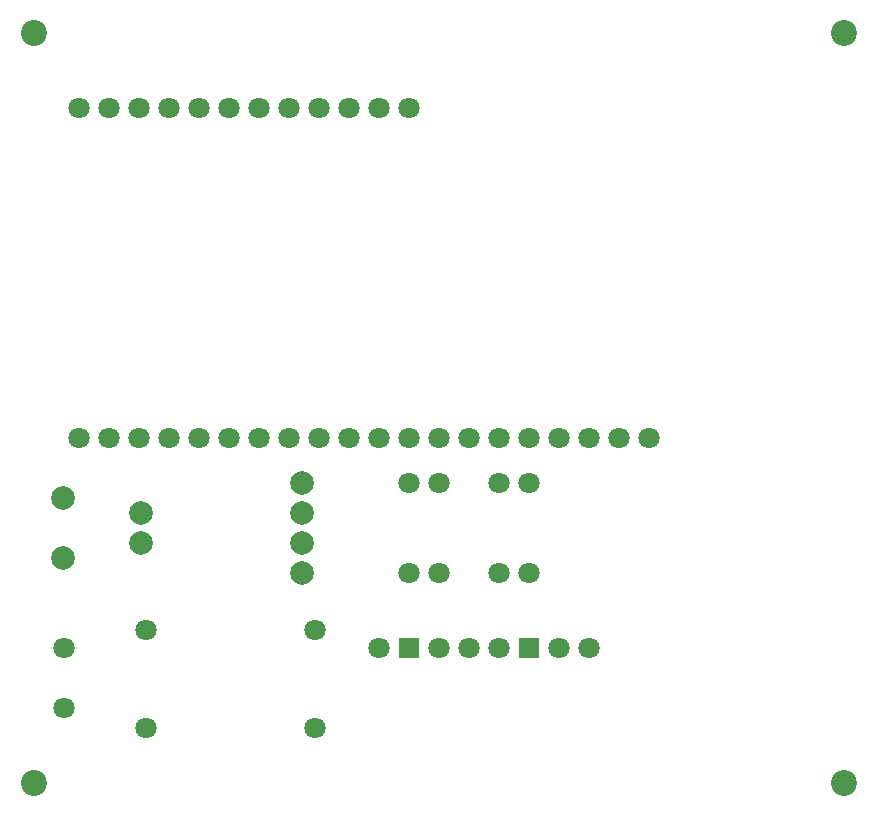
<source format=gbs>
%TF.GenerationSoftware,KiCad,Pcbnew,9.0.0*%
%TF.CreationDate,2025-03-27T04:45:29-07:00*%
%TF.ProjectId,sensor,73656e73-6f72-42e6-9b69-6361645f7063,v0.5*%
%TF.SameCoordinates,Original*%
%TF.FileFunction,Soldermask,Bot*%
%TF.FilePolarity,Negative*%
%FSLAX46Y46*%
G04 Gerber Fmt 4.6, Leading zero omitted, Abs format (unit mm)*
G04 Created by KiCad (PCBNEW 9.0.0) date 2025-03-27 04:45:29*
%MOMM*%
%LPD*%
G01*
G04 APERTURE LIST*
%ADD10C,1.800000*%
%ADD11C,2.200000*%
%ADD12R,1.800000X1.800000*%
%ADD13C,2.000000*%
G04 APERTURE END LIST*
D10*
%TO.C,ESP32_UWB1*%
X146050000Y-80010000D03*
X143510000Y-80010000D03*
X140970000Y-80010000D03*
X138430000Y-80010000D03*
X135890000Y-80010000D03*
X133350000Y-80010000D03*
X130810000Y-80010000D03*
X128270000Y-80010000D03*
X125730000Y-80010000D03*
X123190000Y-80010000D03*
X120650000Y-80010000D03*
X118110000Y-80010000D03*
X166370000Y-107950000D03*
X163830000Y-107950000D03*
X161290000Y-107950000D03*
X158750000Y-107950000D03*
X156210000Y-107950000D03*
X153670000Y-107950000D03*
X151130000Y-107950000D03*
X148590000Y-107950000D03*
X146050000Y-107950000D03*
X143510000Y-107950000D03*
X140970000Y-107950000D03*
X138430000Y-107950000D03*
X135890000Y-107950000D03*
X133350000Y-107950000D03*
X130810000Y-107950000D03*
X128270000Y-107950000D03*
X125730000Y-107950000D03*
X123190000Y-107950000D03*
X120650000Y-107950000D03*
X118110000Y-107950000D03*
%TD*%
%TO.C,R3*%
X153670000Y-119380000D03*
X153670000Y-111760000D03*
%TD*%
%TO.C,R1*%
X146050000Y-119380000D03*
X146050000Y-111760000D03*
%TD*%
%TO.C,R2*%
X148590000Y-119380000D03*
X148590000Y-111760000D03*
%TD*%
D11*
%TO.C,REF\u002A\u002A*%
X114300000Y-137160000D03*
%TD*%
D10*
%TO.C,SERVER_LED1*%
X143510000Y-125730000D03*
D12*
X146050000Y-125730000D03*
D10*
X148590000Y-125730000D03*
X151130000Y-125730000D03*
%TD*%
D11*
%TO.C,REF\u002A\u002A*%
X114300000Y-73660000D03*
%TD*%
D10*
%TO.C,5V_Regulator1*%
X123750000Y-124230000D03*
X123750000Y-132510000D03*
X138070000Y-124230000D03*
X138070000Y-132510000D03*
%TD*%
%TO.C,TAG_LED1*%
X153670000Y-125730000D03*
D12*
X156210000Y-125730000D03*
D10*
X158750000Y-125730000D03*
X161290000Y-125730000D03*
%TD*%
D13*
%TO.C,CAN_Transreceiver1*%
X137030000Y-119380000D03*
X137030000Y-116840000D03*
X137030000Y-114300000D03*
X137030000Y-111760000D03*
X116730000Y-118110000D03*
X116730000Y-113030000D03*
X123330000Y-116840000D03*
X123330000Y-114300000D03*
%TD*%
D10*
%TO.C,R4*%
X156210000Y-119380000D03*
X156210000Y-111760000D03*
%TD*%
D11*
%TO.C,REF\u002A\u002A*%
X182880000Y-137160000D03*
%TD*%
%TO.C,REF\u002A\u002A*%
X182880000Y-73660000D03*
%TD*%
D10*
%TO.C,2_PIN_Connector1*%
X116840000Y-125730000D03*
X116840000Y-130810000D03*
%TD*%
M02*

</source>
